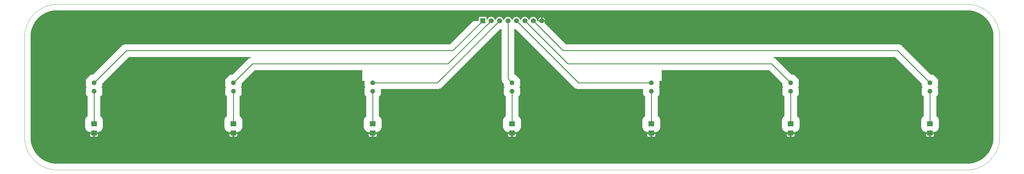
<source format=gbl>
G04 EAGLE Gerber RS-274X export*
G75*
%MOMM*%
%FSLAX34Y34*%
%LPD*%
%INBottom layer*%
%IPPOS*%
%AMOC8*
5,1,8,0,0,1.08239X$1,22.5*%
G01*
%ADD10C,0.000000*%
%ADD11C,1.530000*%
%ADD12R,1.530000X1.530000*%
%ADD13P,1.429621X8X292.500000*%
%ADD14R,1.803000X1.600000*%
%ADD15C,0.254000*%

G36*
X89274Y481265D02*
X89274Y481265D01*
X89243Y481268D01*
X89083Y481250D01*
X78828Y479442D01*
X78799Y479433D01*
X78769Y479430D01*
X78615Y479384D01*
X65355Y474558D01*
X65328Y474544D01*
X65299Y474536D01*
X65154Y474465D01*
X52934Y467410D01*
X52910Y467391D01*
X52883Y467378D01*
X52753Y467283D01*
X41944Y458213D01*
X41923Y458190D01*
X41899Y458173D01*
X41787Y458056D01*
X32717Y447247D01*
X32701Y447221D01*
X32680Y447200D01*
X32590Y447066D01*
X25535Y434846D01*
X25523Y434818D01*
X25506Y434793D01*
X25442Y434645D01*
X20616Y421385D01*
X20609Y421356D01*
X20596Y421328D01*
X20558Y421172D01*
X18750Y410917D01*
X18749Y410886D01*
X18741Y410857D01*
X18731Y410696D01*
X18731Y89304D01*
X18735Y89274D01*
X18732Y89243D01*
X18750Y89083D01*
X20558Y78828D01*
X20567Y78799D01*
X20570Y78769D01*
X20616Y78615D01*
X25442Y65355D01*
X25456Y65328D01*
X25464Y65299D01*
X25535Y65154D01*
X32590Y52934D01*
X32609Y52910D01*
X32622Y52883D01*
X32717Y52753D01*
X41787Y41944D01*
X41810Y41923D01*
X41827Y41899D01*
X41944Y41787D01*
X52753Y32717D01*
X52779Y32701D01*
X52800Y32680D01*
X52934Y32590D01*
X65154Y25535D01*
X65182Y25523D01*
X65207Y25506D01*
X65355Y25442D01*
X78614Y20616D01*
X78644Y20609D01*
X78672Y20596D01*
X78828Y20558D01*
X89083Y18750D01*
X89114Y18749D01*
X89143Y18741D01*
X89304Y18731D01*
X2850696Y18731D01*
X2850726Y18735D01*
X2850757Y18732D01*
X2850917Y18750D01*
X2861172Y20558D01*
X2861201Y20567D01*
X2861231Y20570D01*
X2861385Y20616D01*
X2874645Y25442D01*
X2874672Y25456D01*
X2874701Y25464D01*
X2874846Y25535D01*
X2887066Y32590D01*
X2887090Y32609D01*
X2887117Y32622D01*
X2887247Y32717D01*
X2898056Y41787D01*
X2898077Y41810D01*
X2898101Y41827D01*
X2898213Y41944D01*
X2907283Y52753D01*
X2907299Y52779D01*
X2907320Y52800D01*
X2907410Y52934D01*
X2914465Y65154D01*
X2914477Y65182D01*
X2914494Y65207D01*
X2914558Y65355D01*
X2919384Y78614D01*
X2919391Y78644D01*
X2919404Y78672D01*
X2919442Y78828D01*
X2921250Y89083D01*
X2921251Y89114D01*
X2921259Y89143D01*
X2921269Y89304D01*
X2921269Y410696D01*
X2921265Y410726D01*
X2921268Y410757D01*
X2921250Y410917D01*
X2919442Y421172D01*
X2919433Y421201D01*
X2919430Y421231D01*
X2919384Y421385D01*
X2914558Y434645D01*
X2914544Y434672D01*
X2914536Y434701D01*
X2914465Y434846D01*
X2907410Y447066D01*
X2907391Y447090D01*
X2907378Y447117D01*
X2907283Y447247D01*
X2898213Y458056D01*
X2898190Y458077D01*
X2898173Y458101D01*
X2898056Y458213D01*
X2887247Y467283D01*
X2887221Y467299D01*
X2887200Y467320D01*
X2887066Y467410D01*
X2874846Y474465D01*
X2874818Y474477D01*
X2874793Y474494D01*
X2874645Y474558D01*
X2861385Y479384D01*
X2861356Y479391D01*
X2861328Y479404D01*
X2861172Y479442D01*
X2850917Y481250D01*
X2850886Y481251D01*
X2850857Y481259D01*
X2850696Y481269D01*
X89304Y481269D01*
X89274Y481265D01*
G37*
%LPC*%
G36*
X209999Y110779D02*
X209999Y110779D01*
X209999Y112050D01*
X209984Y112168D01*
X209977Y112287D01*
X209964Y112325D01*
X209959Y112365D01*
X209915Y112476D01*
X209879Y112589D01*
X209857Y112624D01*
X209842Y112661D01*
X209772Y112757D01*
X209709Y112858D01*
X209679Y112886D01*
X209655Y112918D01*
X209564Y112994D01*
X209477Y113076D01*
X209442Y113095D01*
X209410Y113121D01*
X209303Y113172D01*
X209199Y113229D01*
X209159Y113240D01*
X209123Y113257D01*
X209006Y113279D01*
X208891Y113309D01*
X208830Y113313D01*
X208810Y113317D01*
X208790Y113315D01*
X208730Y113319D01*
X197726Y113319D01*
X197661Y113351D01*
X190913Y116146D01*
X185911Y121148D01*
X183204Y127683D01*
X183204Y150757D01*
X185911Y157292D01*
X190578Y161958D01*
X190638Y162037D01*
X190706Y162109D01*
X190735Y162162D01*
X190772Y162210D01*
X190812Y162300D01*
X190860Y162387D01*
X190875Y162446D01*
X190899Y162501D01*
X190914Y162599D01*
X190939Y162695D01*
X190945Y162795D01*
X190949Y162815D01*
X190947Y162828D01*
X190949Y162856D01*
X190949Y221340D01*
X190937Y221438D01*
X190934Y221537D01*
X190917Y221595D01*
X190909Y221655D01*
X190873Y221747D01*
X190845Y221842D01*
X190815Y221895D01*
X190792Y221951D01*
X190734Y222031D01*
X190684Y222116D01*
X190618Y222192D01*
X190606Y222208D01*
X190596Y222216D01*
X190578Y222237D01*
X185615Y227200D01*
X185615Y247400D01*
X187317Y249103D01*
X187390Y249197D01*
X187469Y249286D01*
X187487Y249322D01*
X187512Y249354D01*
X187560Y249463D01*
X187614Y249569D01*
X187622Y249608D01*
X187639Y249646D01*
X187657Y249763D01*
X187683Y249879D01*
X187682Y249920D01*
X187688Y249960D01*
X187677Y250078D01*
X187674Y250197D01*
X187662Y250236D01*
X187659Y250276D01*
X187618Y250388D01*
X187585Y250503D01*
X187565Y250538D01*
X187551Y250576D01*
X187484Y250674D01*
X187424Y250777D01*
X187384Y250822D01*
X187372Y250839D01*
X187357Y250852D01*
X187317Y250898D01*
X185615Y252600D01*
X185615Y272800D01*
X199900Y287085D01*
X206917Y287085D01*
X207015Y287097D01*
X207114Y287100D01*
X207173Y287117D01*
X207233Y287125D01*
X207325Y287161D01*
X207420Y287189D01*
X207472Y287219D01*
X207528Y287242D01*
X207608Y287300D01*
X207694Y287350D01*
X207769Y287416D01*
X207786Y287428D01*
X207794Y287438D01*
X207815Y287456D01*
X290971Y370613D01*
X296509Y376150D01*
X303511Y379051D01*
X1283083Y379051D01*
X1283181Y379063D01*
X1283280Y379066D01*
X1283339Y379083D01*
X1283399Y379091D01*
X1283491Y379127D01*
X1283586Y379155D01*
X1283638Y379185D01*
X1283694Y379208D01*
X1283774Y379266D01*
X1283860Y379316D01*
X1283935Y379382D01*
X1283952Y379394D01*
X1283960Y379404D01*
X1283981Y379422D01*
X1353289Y448731D01*
X1368516Y448731D01*
X1368634Y448746D01*
X1368753Y448753D01*
X1368791Y448766D01*
X1368832Y448771D01*
X1368942Y448814D01*
X1369055Y448851D01*
X1369090Y448873D01*
X1369127Y448888D01*
X1369223Y448958D01*
X1369324Y449021D01*
X1369352Y449051D01*
X1369385Y449074D01*
X1369461Y449166D01*
X1369542Y449253D01*
X1369562Y449288D01*
X1369587Y449319D01*
X1369638Y449427D01*
X1369696Y449531D01*
X1369706Y449571D01*
X1369723Y449607D01*
X1369745Y449724D01*
X1369775Y449839D01*
X1369779Y449900D01*
X1369783Y449920D01*
X1369781Y449940D01*
X1369785Y450000D01*
X1369785Y459334D01*
X1372166Y461715D01*
X1390834Y461715D01*
X1393215Y459334D01*
X1393215Y453954D01*
X1393223Y453885D01*
X1393222Y453815D01*
X1393243Y453727D01*
X1393255Y453638D01*
X1393280Y453573D01*
X1393297Y453506D01*
X1393339Y453426D01*
X1393372Y453343D01*
X1393413Y453286D01*
X1393445Y453224D01*
X1393506Y453158D01*
X1393558Y453085D01*
X1393612Y453041D01*
X1393659Y452989D01*
X1393734Y452940D01*
X1393803Y452882D01*
X1393867Y452853D01*
X1393925Y452814D01*
X1394010Y452785D01*
X1394091Y452747D01*
X1394160Y452734D01*
X1394226Y452711D01*
X1394315Y452704D01*
X1394403Y452687D01*
X1394473Y452691D01*
X1394543Y452686D01*
X1394631Y452701D01*
X1394721Y452707D01*
X1394787Y452728D01*
X1394856Y452740D01*
X1394938Y452777D01*
X1395023Y452805D01*
X1395082Y452842D01*
X1395146Y452871D01*
X1395216Y452927D01*
X1395292Y452975D01*
X1395340Y453026D01*
X1395394Y453069D01*
X1395449Y453141D01*
X1395510Y453207D01*
X1395544Y453268D01*
X1395586Y453324D01*
X1395657Y453468D01*
X1396969Y456636D01*
X1400264Y459931D01*
X1404570Y461715D01*
X1409230Y461715D01*
X1413536Y459931D01*
X1416831Y456636D01*
X1418427Y452783D01*
X1418496Y452662D01*
X1418561Y452539D01*
X1418575Y452524D01*
X1418585Y452506D01*
X1418682Y452406D01*
X1418775Y452304D01*
X1418792Y452292D01*
X1418806Y452278D01*
X1418925Y452205D01*
X1419041Y452129D01*
X1419060Y452122D01*
X1419077Y452112D01*
X1419210Y452071D01*
X1419342Y452026D01*
X1419362Y452024D01*
X1419381Y452018D01*
X1419520Y452011D01*
X1419659Y452000D01*
X1419679Y452004D01*
X1419699Y452003D01*
X1419835Y452031D01*
X1419972Y452055D01*
X1419991Y452063D01*
X1420010Y452067D01*
X1420136Y452128D01*
X1420262Y452185D01*
X1420278Y452198D01*
X1420296Y452207D01*
X1420402Y452297D01*
X1420510Y452384D01*
X1420523Y452400D01*
X1420538Y452413D01*
X1420618Y452527D01*
X1420702Y452638D01*
X1420714Y452663D01*
X1420721Y452673D01*
X1420728Y452692D01*
X1420773Y452783D01*
X1422369Y456636D01*
X1425664Y459931D01*
X1429970Y461715D01*
X1434630Y461715D01*
X1438936Y459931D01*
X1442231Y456636D01*
X1443827Y452783D01*
X1443896Y452662D01*
X1443961Y452539D01*
X1443975Y452524D01*
X1443985Y452506D01*
X1444082Y452406D01*
X1444175Y452304D01*
X1444192Y452292D01*
X1444206Y452278D01*
X1444324Y452205D01*
X1444441Y452129D01*
X1444460Y452122D01*
X1444477Y452112D01*
X1444610Y452071D01*
X1444742Y452026D01*
X1444762Y452024D01*
X1444781Y452018D01*
X1444920Y452011D01*
X1445059Y452000D01*
X1445079Y452004D01*
X1445099Y452003D01*
X1445235Y452031D01*
X1445372Y452055D01*
X1445390Y452063D01*
X1445410Y452067D01*
X1445536Y452128D01*
X1445662Y452185D01*
X1445678Y452198D01*
X1445696Y452207D01*
X1445802Y452298D01*
X1445910Y452384D01*
X1445923Y452400D01*
X1445938Y452413D01*
X1446018Y452527D01*
X1446102Y452638D01*
X1446114Y452663D01*
X1446121Y452673D01*
X1446128Y452692D01*
X1446173Y452783D01*
X1447769Y456636D01*
X1451064Y459931D01*
X1455370Y461715D01*
X1460030Y461715D01*
X1464336Y459931D01*
X1467631Y456636D01*
X1469227Y452783D01*
X1469296Y452662D01*
X1469361Y452539D01*
X1469375Y452524D01*
X1469385Y452506D01*
X1469482Y452406D01*
X1469575Y452304D01*
X1469592Y452292D01*
X1469606Y452278D01*
X1469724Y452205D01*
X1469841Y452129D01*
X1469860Y452122D01*
X1469877Y452112D01*
X1470010Y452071D01*
X1470142Y452026D01*
X1470162Y452024D01*
X1470181Y452018D01*
X1470320Y452011D01*
X1470459Y452000D01*
X1470479Y452004D01*
X1470499Y452003D01*
X1470635Y452031D01*
X1470772Y452055D01*
X1470790Y452063D01*
X1470810Y452067D01*
X1470936Y452128D01*
X1471062Y452185D01*
X1471078Y452198D01*
X1471096Y452207D01*
X1471202Y452298D01*
X1471310Y452384D01*
X1471323Y452400D01*
X1471338Y452413D01*
X1471418Y452527D01*
X1471502Y452638D01*
X1471514Y452663D01*
X1471521Y452673D01*
X1471528Y452692D01*
X1471573Y452783D01*
X1473169Y456636D01*
X1476464Y459931D01*
X1480770Y461715D01*
X1485430Y461715D01*
X1489736Y459931D01*
X1493031Y456636D01*
X1494627Y452783D01*
X1494696Y452662D01*
X1494761Y452539D01*
X1494775Y452524D01*
X1494785Y452506D01*
X1494882Y452406D01*
X1494975Y452304D01*
X1494992Y452292D01*
X1495006Y452278D01*
X1495124Y452205D01*
X1495241Y452129D01*
X1495260Y452122D01*
X1495277Y452112D01*
X1495410Y452071D01*
X1495542Y452026D01*
X1495562Y452024D01*
X1495581Y452018D01*
X1495720Y452011D01*
X1495859Y452000D01*
X1495879Y452004D01*
X1495899Y452003D01*
X1496035Y452031D01*
X1496172Y452055D01*
X1496190Y452063D01*
X1496210Y452067D01*
X1496336Y452128D01*
X1496462Y452185D01*
X1496478Y452198D01*
X1496496Y452207D01*
X1496602Y452298D01*
X1496710Y452384D01*
X1496723Y452400D01*
X1496738Y452413D01*
X1496818Y452527D01*
X1496902Y452638D01*
X1496914Y452663D01*
X1496921Y452673D01*
X1496928Y452692D01*
X1496973Y452783D01*
X1498569Y456636D01*
X1501864Y459931D01*
X1506170Y461715D01*
X1510830Y461715D01*
X1515136Y459931D01*
X1518431Y456636D01*
X1520027Y452783D01*
X1520096Y452662D01*
X1520161Y452539D01*
X1520175Y452524D01*
X1520185Y452506D01*
X1520282Y452406D01*
X1520375Y452304D01*
X1520392Y452292D01*
X1520406Y452278D01*
X1520524Y452205D01*
X1520641Y452129D01*
X1520660Y452122D01*
X1520677Y452112D01*
X1520810Y452071D01*
X1520942Y452026D01*
X1520962Y452024D01*
X1520981Y452018D01*
X1521120Y452011D01*
X1521259Y452000D01*
X1521279Y452004D01*
X1521299Y452003D01*
X1521435Y452031D01*
X1521572Y452055D01*
X1521590Y452063D01*
X1521610Y452067D01*
X1521736Y452128D01*
X1521862Y452185D01*
X1521878Y452198D01*
X1521896Y452207D01*
X1522002Y452298D01*
X1522110Y452384D01*
X1522123Y452400D01*
X1522138Y452413D01*
X1522218Y452527D01*
X1522302Y452638D01*
X1522314Y452663D01*
X1522321Y452673D01*
X1522328Y452692D01*
X1522373Y452783D01*
X1523969Y456636D01*
X1527264Y459931D01*
X1531570Y461715D01*
X1536230Y461715D01*
X1540536Y459931D01*
X1543831Y456636D01*
X1545615Y452330D01*
X1545615Y450000D01*
X1545630Y449882D01*
X1545637Y449763D01*
X1545650Y449725D01*
X1545655Y449684D01*
X1545698Y449574D01*
X1545735Y449461D01*
X1545757Y449426D01*
X1545772Y449389D01*
X1545841Y449293D01*
X1545905Y449192D01*
X1545935Y449164D01*
X1545958Y449131D01*
X1546050Y449056D01*
X1546137Y448974D01*
X1546172Y448954D01*
X1546203Y448929D01*
X1546311Y448878D01*
X1546415Y448820D01*
X1546455Y448810D01*
X1546491Y448793D01*
X1546608Y448771D01*
X1546723Y448741D01*
X1546783Y448737D01*
X1546803Y448733D01*
X1546824Y448735D01*
X1546884Y448731D01*
X1558030Y448731D01*
X1558148Y448746D01*
X1558267Y448753D01*
X1558305Y448766D01*
X1558345Y448771D01*
X1558456Y448814D01*
X1558569Y448851D01*
X1558603Y448873D01*
X1558641Y448888D01*
X1558737Y448958D01*
X1558838Y449021D01*
X1558866Y449051D01*
X1558898Y449074D01*
X1558974Y449166D01*
X1559056Y449253D01*
X1559075Y449288D01*
X1559101Y449319D01*
X1559152Y449427D01*
X1559209Y449531D01*
X1559220Y449571D01*
X1559237Y449607D01*
X1559259Y449724D01*
X1559289Y449839D01*
X1559293Y449900D01*
X1559297Y449920D01*
X1559295Y449940D01*
X1559299Y450000D01*
X1559299Y450001D01*
X1559301Y450001D01*
X1559301Y450000D01*
X1559316Y449882D01*
X1559323Y449763D01*
X1559336Y449725D01*
X1559341Y449684D01*
X1559385Y449574D01*
X1559421Y449461D01*
X1559443Y449426D01*
X1559458Y449389D01*
X1559528Y449293D01*
X1559591Y449192D01*
X1559621Y449164D01*
X1559645Y449131D01*
X1559736Y449056D01*
X1559823Y448974D01*
X1559858Y448954D01*
X1559890Y448929D01*
X1559997Y448878D01*
X1560102Y448820D01*
X1560141Y448810D01*
X1560177Y448793D01*
X1560294Y448771D01*
X1560409Y448741D01*
X1560470Y448737D01*
X1560490Y448733D01*
X1560510Y448735D01*
X1560570Y448731D01*
X1562111Y448731D01*
X1563009Y447833D01*
X1563088Y447772D01*
X1563160Y447704D01*
X1563213Y447675D01*
X1563261Y447638D01*
X1563352Y447598D01*
X1563438Y447550D01*
X1563497Y447535D01*
X1563552Y447511D01*
X1563650Y447496D01*
X1563746Y447471D01*
X1563846Y447465D01*
X1563867Y447461D01*
X1563879Y447463D01*
X1563907Y447461D01*
X1569190Y447461D01*
X1568744Y446088D01*
X1568016Y444659D01*
X1567882Y444474D01*
X1567872Y444457D01*
X1567859Y444442D01*
X1567796Y444318D01*
X1567729Y444196D01*
X1567724Y444177D01*
X1567715Y444159D01*
X1567684Y444023D01*
X1567649Y443888D01*
X1567649Y443868D01*
X1567645Y443849D01*
X1567649Y443709D01*
X1567649Y443570D01*
X1567654Y443551D01*
X1567655Y443531D01*
X1567694Y443397D01*
X1567728Y443262D01*
X1567738Y443244D01*
X1567743Y443225D01*
X1567814Y443105D01*
X1567881Y442983D01*
X1567895Y442969D01*
X1567905Y442952D01*
X1568011Y442831D01*
X1631419Y379422D01*
X1631498Y379362D01*
X1631570Y379294D01*
X1631623Y379265D01*
X1631671Y379228D01*
X1631762Y379188D01*
X1631848Y379140D01*
X1631907Y379125D01*
X1631962Y379101D01*
X1632060Y379086D01*
X1632156Y379061D01*
X1632256Y379055D01*
X1632277Y379051D01*
X1632289Y379053D01*
X1632317Y379051D01*
X2636489Y379051D01*
X2643491Y376150D01*
X2732185Y287456D01*
X2732264Y287396D01*
X2732336Y287328D01*
X2732389Y287299D01*
X2732437Y287262D01*
X2732528Y287222D01*
X2732614Y287174D01*
X2732673Y287159D01*
X2732728Y287135D01*
X2732826Y287120D01*
X2732922Y287095D01*
X2733022Y287089D01*
X2733043Y287085D01*
X2733055Y287087D01*
X2733083Y287085D01*
X2740100Y287085D01*
X2754385Y272800D01*
X2754385Y252600D01*
X2752683Y250898D01*
X2752610Y250803D01*
X2752531Y250714D01*
X2752513Y250678D01*
X2752488Y250646D01*
X2752440Y250537D01*
X2752386Y250431D01*
X2752378Y250392D01*
X2752361Y250354D01*
X2752343Y250237D01*
X2752317Y250121D01*
X2752318Y250080D01*
X2752312Y250040D01*
X2752323Y249922D01*
X2752326Y249803D01*
X2752338Y249764D01*
X2752341Y249724D01*
X2752382Y249611D01*
X2752415Y249497D01*
X2752435Y249463D01*
X2752449Y249424D01*
X2752516Y249326D01*
X2752576Y249223D01*
X2752616Y249178D01*
X2752628Y249161D01*
X2752643Y249148D01*
X2752683Y249103D01*
X2754385Y247400D01*
X2754385Y227200D01*
X2749422Y222237D01*
X2749362Y222159D01*
X2749294Y222087D01*
X2749265Y222034D01*
X2749228Y221986D01*
X2749188Y221895D01*
X2749140Y221808D01*
X2749125Y221750D01*
X2749101Y221694D01*
X2749086Y221596D01*
X2749061Y221500D01*
X2749055Y221400D01*
X2749051Y221380D01*
X2749053Y221368D01*
X2749051Y221340D01*
X2749051Y162856D01*
X2749063Y162758D01*
X2749066Y162659D01*
X2749083Y162600D01*
X2749091Y162540D01*
X2749127Y162448D01*
X2749155Y162353D01*
X2749185Y162301D01*
X2749208Y162245D01*
X2749266Y162164D01*
X2749316Y162079D01*
X2749382Y162004D01*
X2749394Y161987D01*
X2749404Y161979D01*
X2749422Y161958D01*
X2754089Y157292D01*
X2756796Y150757D01*
X2756796Y127683D01*
X2754089Y121148D01*
X2749087Y116146D01*
X2742339Y113351D01*
X2742314Y113337D01*
X2742286Y113328D01*
X2742272Y113319D01*
X2731270Y113319D01*
X2731152Y113304D01*
X2731033Y113297D01*
X2730995Y113284D01*
X2730955Y113279D01*
X2730844Y113235D01*
X2730731Y113199D01*
X2730696Y113177D01*
X2730659Y113162D01*
X2730563Y113092D01*
X2730462Y113029D01*
X2730434Y112999D01*
X2730402Y112975D01*
X2730326Y112884D01*
X2730244Y112797D01*
X2730225Y112762D01*
X2730199Y112730D01*
X2730148Y112623D01*
X2730091Y112519D01*
X2730080Y112479D01*
X2730063Y112443D01*
X2730041Y112326D01*
X2730011Y112211D01*
X2730007Y112150D01*
X2730003Y112130D01*
X2730005Y112110D01*
X2730001Y112050D01*
X2730001Y110779D01*
X2729999Y110779D01*
X2729999Y112050D01*
X2729984Y112168D01*
X2729977Y112287D01*
X2729964Y112325D01*
X2729959Y112365D01*
X2729915Y112476D01*
X2729879Y112589D01*
X2729857Y112624D01*
X2729842Y112661D01*
X2729772Y112757D01*
X2729709Y112858D01*
X2729679Y112886D01*
X2729655Y112918D01*
X2729564Y112994D01*
X2729477Y113076D01*
X2729442Y113095D01*
X2729410Y113121D01*
X2729303Y113172D01*
X2729199Y113229D01*
X2729159Y113240D01*
X2729123Y113257D01*
X2729006Y113279D01*
X2728891Y113309D01*
X2728830Y113313D01*
X2728810Y113317D01*
X2728790Y113315D01*
X2728730Y113319D01*
X2717726Y113319D01*
X2717661Y113351D01*
X2710913Y116146D01*
X2705911Y121148D01*
X2703204Y127683D01*
X2703204Y150757D01*
X2705911Y157292D01*
X2710578Y161958D01*
X2710638Y162037D01*
X2710706Y162109D01*
X2710735Y162162D01*
X2710772Y162210D01*
X2710812Y162300D01*
X2710860Y162387D01*
X2710875Y162446D01*
X2710899Y162501D01*
X2710914Y162599D01*
X2710939Y162695D01*
X2710945Y162795D01*
X2710949Y162815D01*
X2710947Y162828D01*
X2710949Y162856D01*
X2710949Y221340D01*
X2710937Y221438D01*
X2710934Y221537D01*
X2710917Y221595D01*
X2710909Y221655D01*
X2710873Y221747D01*
X2710845Y221843D01*
X2710815Y221895D01*
X2710792Y221951D01*
X2710734Y222031D01*
X2710684Y222116D01*
X2710618Y222192D01*
X2710606Y222208D01*
X2710596Y222216D01*
X2710578Y222237D01*
X2705615Y227200D01*
X2705615Y247400D01*
X2707317Y249103D01*
X2707390Y249197D01*
X2707469Y249286D01*
X2707487Y249322D01*
X2707512Y249354D01*
X2707560Y249463D01*
X2707614Y249569D01*
X2707622Y249608D01*
X2707639Y249646D01*
X2707657Y249763D01*
X2707683Y249879D01*
X2707682Y249920D01*
X2707688Y249960D01*
X2707677Y250078D01*
X2707674Y250197D01*
X2707662Y250236D01*
X2707659Y250276D01*
X2707618Y250388D01*
X2707585Y250503D01*
X2707565Y250538D01*
X2707551Y250576D01*
X2707484Y250674D01*
X2707424Y250777D01*
X2707384Y250822D01*
X2707372Y250839D01*
X2707357Y250852D01*
X2707317Y250898D01*
X2705615Y252600D01*
X2705615Y259617D01*
X2705603Y259715D01*
X2705600Y259814D01*
X2705583Y259873D01*
X2705575Y259933D01*
X2705539Y260025D01*
X2705511Y260120D01*
X2705481Y260172D01*
X2705458Y260228D01*
X2705400Y260308D01*
X2705350Y260394D01*
X2705284Y260469D01*
X2705272Y260486D01*
X2705262Y260494D01*
X2705244Y260515D01*
X2625181Y340578D01*
X2625102Y340638D01*
X2625030Y340706D01*
X2624977Y340735D01*
X2624929Y340772D01*
X2624838Y340812D01*
X2624752Y340860D01*
X2624693Y340875D01*
X2624638Y340899D01*
X2624540Y340914D01*
X2624444Y340939D01*
X2624344Y340945D01*
X2624323Y340949D01*
X2624311Y340947D01*
X2624283Y340949D01*
X2258287Y340949D01*
X2258218Y340941D01*
X2258148Y340942D01*
X2258060Y340921D01*
X2257971Y340909D01*
X2257907Y340884D01*
X2257839Y340867D01*
X2257759Y340825D01*
X2257676Y340792D01*
X2257619Y340751D01*
X2257558Y340719D01*
X2257491Y340658D01*
X2257418Y340606D01*
X2257374Y340552D01*
X2257322Y340505D01*
X2257273Y340430D01*
X2257216Y340361D01*
X2257186Y340297D01*
X2257147Y340239D01*
X2257118Y340154D01*
X2257080Y340073D01*
X2257067Y340004D01*
X2257044Y339938D01*
X2257037Y339849D01*
X2257020Y339761D01*
X2257025Y339691D01*
X2257019Y339621D01*
X2257034Y339533D01*
X2257040Y339443D01*
X2257061Y339377D01*
X2257073Y339308D01*
X2257110Y339226D01*
X2257138Y339141D01*
X2257175Y339082D01*
X2257204Y339018D01*
X2257260Y338948D01*
X2257308Y338872D01*
X2257359Y338824D01*
X2257403Y338770D01*
X2257474Y338715D01*
X2257540Y338654D01*
X2257601Y338620D01*
X2257657Y338578D01*
X2257801Y338507D01*
X2263491Y336150D01*
X2312185Y287456D01*
X2312264Y287396D01*
X2312336Y287328D01*
X2312389Y287299D01*
X2312437Y287262D01*
X2312528Y287222D01*
X2312614Y287174D01*
X2312673Y287159D01*
X2312728Y287135D01*
X2312826Y287120D01*
X2312922Y287095D01*
X2313022Y287089D01*
X2313043Y287085D01*
X2313055Y287087D01*
X2313083Y287085D01*
X2320100Y287085D01*
X2334385Y272800D01*
X2334385Y252600D01*
X2332683Y250898D01*
X2332610Y250803D01*
X2332531Y250714D01*
X2332513Y250678D01*
X2332488Y250646D01*
X2332440Y250537D01*
X2332386Y250431D01*
X2332378Y250392D01*
X2332361Y250354D01*
X2332343Y250237D01*
X2332317Y250121D01*
X2332318Y250080D01*
X2332312Y250040D01*
X2332323Y249922D01*
X2332326Y249803D01*
X2332338Y249764D01*
X2332341Y249724D01*
X2332382Y249611D01*
X2332415Y249497D01*
X2332435Y249463D01*
X2332449Y249424D01*
X2332516Y249326D01*
X2332576Y249223D01*
X2332616Y249178D01*
X2332628Y249161D01*
X2332643Y249148D01*
X2332683Y249103D01*
X2334385Y247400D01*
X2334385Y227200D01*
X2329422Y222237D01*
X2329362Y222159D01*
X2329294Y222087D01*
X2329265Y222034D01*
X2329228Y221986D01*
X2329188Y221895D01*
X2329140Y221808D01*
X2329125Y221750D01*
X2329101Y221694D01*
X2329086Y221596D01*
X2329061Y221500D01*
X2329055Y221400D01*
X2329051Y221380D01*
X2329053Y221368D01*
X2329051Y221340D01*
X2329051Y162856D01*
X2329063Y162758D01*
X2329066Y162659D01*
X2329083Y162600D01*
X2329091Y162540D01*
X2329127Y162448D01*
X2329155Y162353D01*
X2329185Y162301D01*
X2329208Y162245D01*
X2329266Y162165D01*
X2329316Y162079D01*
X2329382Y162004D01*
X2329394Y161987D01*
X2329404Y161979D01*
X2329422Y161958D01*
X2334089Y157292D01*
X2336796Y150757D01*
X2336796Y127683D01*
X2334089Y121148D01*
X2329087Y116146D01*
X2322339Y113351D01*
X2322314Y113337D01*
X2322286Y113327D01*
X2322272Y113319D01*
X2311270Y113319D01*
X2311152Y113304D01*
X2311033Y113297D01*
X2310995Y113284D01*
X2310955Y113279D01*
X2310844Y113235D01*
X2310731Y113199D01*
X2310696Y113177D01*
X2310659Y113162D01*
X2310563Y113092D01*
X2310462Y113029D01*
X2310434Y112999D01*
X2310402Y112975D01*
X2310326Y112884D01*
X2310244Y112797D01*
X2310225Y112762D01*
X2310199Y112730D01*
X2310148Y112623D01*
X2310091Y112519D01*
X2310080Y112479D01*
X2310063Y112443D01*
X2310041Y112326D01*
X2310011Y112211D01*
X2310007Y112150D01*
X2310003Y112130D01*
X2310005Y112110D01*
X2310001Y112050D01*
X2310001Y110779D01*
X2309999Y110779D01*
X2309999Y112050D01*
X2309984Y112168D01*
X2309977Y112287D01*
X2309964Y112325D01*
X2309959Y112365D01*
X2309915Y112476D01*
X2309879Y112589D01*
X2309857Y112624D01*
X2309842Y112661D01*
X2309772Y112757D01*
X2309709Y112858D01*
X2309679Y112886D01*
X2309655Y112918D01*
X2309564Y112994D01*
X2309477Y113076D01*
X2309442Y113095D01*
X2309410Y113121D01*
X2309303Y113172D01*
X2309199Y113229D01*
X2309159Y113240D01*
X2309123Y113257D01*
X2309006Y113279D01*
X2308891Y113309D01*
X2308830Y113313D01*
X2308810Y113317D01*
X2308790Y113315D01*
X2308730Y113319D01*
X2297726Y113319D01*
X2297661Y113351D01*
X2290913Y116146D01*
X2285911Y121148D01*
X2283204Y127683D01*
X2283204Y150757D01*
X2285911Y157292D01*
X2290578Y161958D01*
X2290638Y162037D01*
X2290706Y162109D01*
X2290735Y162162D01*
X2290772Y162210D01*
X2290812Y162301D01*
X2290860Y162387D01*
X2290875Y162446D01*
X2290899Y162501D01*
X2290914Y162599D01*
X2290939Y162695D01*
X2290945Y162795D01*
X2290949Y162815D01*
X2290947Y162828D01*
X2290949Y162856D01*
X2290949Y221340D01*
X2290937Y221438D01*
X2290934Y221537D01*
X2290917Y221595D01*
X2290909Y221655D01*
X2290873Y221747D01*
X2290845Y221843D01*
X2290815Y221895D01*
X2290792Y221951D01*
X2290734Y222031D01*
X2290684Y222116D01*
X2290618Y222192D01*
X2290606Y222208D01*
X2290596Y222216D01*
X2290578Y222237D01*
X2285615Y227200D01*
X2285615Y247400D01*
X2287317Y249103D01*
X2287390Y249197D01*
X2287469Y249286D01*
X2287487Y249322D01*
X2287512Y249354D01*
X2287560Y249463D01*
X2287614Y249569D01*
X2287622Y249608D01*
X2287639Y249646D01*
X2287657Y249763D01*
X2287683Y249879D01*
X2287682Y249920D01*
X2287688Y249960D01*
X2287677Y250078D01*
X2287674Y250197D01*
X2287662Y250236D01*
X2287659Y250276D01*
X2287618Y250388D01*
X2287585Y250503D01*
X2287565Y250538D01*
X2287551Y250576D01*
X2287484Y250674D01*
X2287424Y250777D01*
X2287384Y250822D01*
X2287372Y250839D01*
X2287357Y250852D01*
X2287317Y250898D01*
X2285615Y252600D01*
X2285615Y259617D01*
X2285603Y259715D01*
X2285600Y259814D01*
X2285583Y259873D01*
X2285575Y259933D01*
X2285539Y260025D01*
X2285511Y260120D01*
X2285481Y260172D01*
X2285458Y260228D01*
X2285400Y260308D01*
X2285350Y260394D01*
X2285284Y260469D01*
X2285272Y260486D01*
X2285262Y260494D01*
X2285244Y260515D01*
X2245181Y300578D01*
X2245102Y300638D01*
X2245030Y300706D01*
X2244977Y300735D01*
X2244929Y300772D01*
X2244838Y300812D01*
X2244752Y300860D01*
X2244693Y300875D01*
X2244638Y300899D01*
X2244540Y300914D01*
X2244444Y300939D01*
X2244344Y300945D01*
X2244323Y300949D01*
X2244311Y300947D01*
X2244283Y300949D01*
X1922540Y300949D01*
X1922422Y300934D01*
X1922303Y300927D01*
X1922265Y300914D01*
X1922224Y300909D01*
X1922114Y300866D01*
X1922001Y300829D01*
X1921966Y300807D01*
X1921929Y300792D01*
X1921833Y300723D01*
X1921732Y300659D01*
X1921704Y300629D01*
X1921671Y300606D01*
X1921595Y300514D01*
X1921514Y300427D01*
X1921494Y300392D01*
X1921469Y300361D01*
X1921418Y300253D01*
X1921360Y300149D01*
X1921350Y300109D01*
X1921333Y300073D01*
X1921311Y299956D01*
X1921281Y299841D01*
X1921277Y299781D01*
X1921273Y299761D01*
X1921275Y299740D01*
X1921271Y299680D01*
X1921271Y269474D01*
X1920526Y268729D01*
X1915654Y268729D01*
X1915536Y268714D01*
X1915417Y268707D01*
X1915379Y268694D01*
X1915338Y268689D01*
X1915228Y268646D01*
X1915115Y268609D01*
X1915080Y268587D01*
X1915043Y268572D01*
X1914947Y268503D01*
X1914846Y268439D01*
X1914818Y268409D01*
X1914785Y268386D01*
X1914709Y268294D01*
X1914628Y268207D01*
X1914608Y268172D01*
X1914583Y268141D01*
X1914532Y268033D01*
X1914474Y267929D01*
X1914464Y267889D01*
X1914447Y267853D01*
X1914425Y267736D01*
X1914395Y267621D01*
X1914391Y267561D01*
X1914387Y267541D01*
X1914389Y267520D01*
X1914385Y267460D01*
X1914385Y252600D01*
X1912683Y250897D01*
X1912610Y250803D01*
X1912531Y250714D01*
X1912513Y250678D01*
X1912488Y250646D01*
X1912440Y250537D01*
X1912386Y250431D01*
X1912378Y250392D01*
X1912361Y250354D01*
X1912343Y250237D01*
X1912317Y250121D01*
X1912318Y250080D01*
X1912312Y250040D01*
X1912323Y249922D01*
X1912326Y249803D01*
X1912338Y249764D01*
X1912341Y249724D01*
X1912382Y249612D01*
X1912415Y249497D01*
X1912435Y249462D01*
X1912449Y249424D01*
X1912516Y249326D01*
X1912576Y249223D01*
X1912616Y249178D01*
X1912628Y249161D01*
X1912643Y249148D01*
X1912683Y249102D01*
X1914385Y247400D01*
X1914385Y227200D01*
X1909422Y222237D01*
X1909362Y222159D01*
X1909294Y222087D01*
X1909265Y222034D01*
X1909228Y221986D01*
X1909188Y221895D01*
X1909140Y221808D01*
X1909125Y221750D01*
X1909101Y221694D01*
X1909086Y221596D01*
X1909061Y221500D01*
X1909055Y221400D01*
X1909051Y221380D01*
X1909053Y221368D01*
X1909051Y221340D01*
X1909051Y162856D01*
X1909063Y162758D01*
X1909066Y162659D01*
X1909083Y162600D01*
X1909091Y162540D01*
X1909127Y162448D01*
X1909155Y162353D01*
X1909185Y162301D01*
X1909208Y162245D01*
X1909266Y162165D01*
X1909316Y162079D01*
X1909382Y162004D01*
X1909394Y161987D01*
X1909404Y161979D01*
X1909422Y161958D01*
X1914089Y157292D01*
X1916796Y150757D01*
X1916796Y127683D01*
X1914089Y121148D01*
X1909087Y116146D01*
X1902339Y113351D01*
X1902314Y113337D01*
X1902286Y113327D01*
X1902272Y113319D01*
X1891270Y113319D01*
X1891152Y113304D01*
X1891033Y113297D01*
X1890995Y113284D01*
X1890955Y113279D01*
X1890844Y113235D01*
X1890731Y113199D01*
X1890696Y113177D01*
X1890659Y113162D01*
X1890563Y113092D01*
X1890462Y113029D01*
X1890434Y112999D01*
X1890402Y112975D01*
X1890326Y112884D01*
X1890244Y112797D01*
X1890225Y112762D01*
X1890199Y112730D01*
X1890148Y112623D01*
X1890091Y112519D01*
X1890080Y112479D01*
X1890063Y112443D01*
X1890041Y112326D01*
X1890011Y112211D01*
X1890007Y112150D01*
X1890003Y112130D01*
X1890005Y112110D01*
X1890001Y112050D01*
X1890001Y110779D01*
X1889999Y110779D01*
X1889999Y112050D01*
X1889984Y112168D01*
X1889977Y112287D01*
X1889964Y112325D01*
X1889959Y112365D01*
X1889915Y112476D01*
X1889879Y112589D01*
X1889857Y112624D01*
X1889842Y112661D01*
X1889772Y112757D01*
X1889709Y112858D01*
X1889679Y112886D01*
X1889655Y112918D01*
X1889564Y112994D01*
X1889477Y113076D01*
X1889442Y113095D01*
X1889410Y113121D01*
X1889303Y113172D01*
X1889199Y113229D01*
X1889159Y113240D01*
X1889123Y113257D01*
X1889006Y113279D01*
X1888891Y113309D01*
X1888830Y113313D01*
X1888810Y113317D01*
X1888790Y113315D01*
X1888730Y113319D01*
X1877726Y113319D01*
X1877661Y113351D01*
X1870913Y116146D01*
X1865911Y121148D01*
X1863204Y127683D01*
X1863204Y150757D01*
X1865911Y157292D01*
X1870578Y161958D01*
X1870638Y162037D01*
X1870706Y162109D01*
X1870735Y162162D01*
X1870772Y162210D01*
X1870812Y162301D01*
X1870860Y162387D01*
X1870875Y162446D01*
X1870899Y162501D01*
X1870914Y162599D01*
X1870939Y162695D01*
X1870945Y162795D01*
X1870949Y162815D01*
X1870947Y162828D01*
X1870949Y162856D01*
X1870949Y221340D01*
X1870937Y221438D01*
X1870934Y221537D01*
X1870917Y221595D01*
X1870909Y221655D01*
X1870873Y221747D01*
X1870845Y221843D01*
X1870815Y221895D01*
X1870792Y221951D01*
X1870734Y222031D01*
X1870684Y222116D01*
X1870618Y222192D01*
X1870606Y222208D01*
X1870596Y222216D01*
X1870578Y222237D01*
X1865615Y227200D01*
X1865615Y242380D01*
X1865600Y242498D01*
X1865593Y242617D01*
X1865580Y242655D01*
X1865575Y242696D01*
X1865532Y242806D01*
X1865495Y242919D01*
X1865473Y242954D01*
X1865458Y242991D01*
X1865389Y243087D01*
X1865325Y243188D01*
X1865295Y243216D01*
X1865272Y243249D01*
X1865180Y243325D01*
X1865093Y243406D01*
X1865058Y243426D01*
X1865027Y243451D01*
X1864919Y243502D01*
X1864815Y243560D01*
X1864775Y243570D01*
X1864739Y243587D01*
X1864622Y243609D01*
X1864507Y243639D01*
X1864447Y243643D01*
X1864427Y243647D01*
X1864406Y243645D01*
X1864346Y243649D01*
X1666611Y243649D01*
X1659609Y246550D01*
X1481961Y424198D01*
X1481882Y424258D01*
X1481810Y424326D01*
X1481757Y424355D01*
X1481709Y424392D01*
X1481618Y424432D01*
X1481532Y424480D01*
X1481473Y424495D01*
X1481418Y424519D01*
X1481320Y424534D01*
X1481224Y424559D01*
X1481124Y424565D01*
X1481103Y424569D01*
X1481091Y424567D01*
X1481063Y424569D01*
X1479752Y424569D01*
X1478348Y424945D01*
X1478224Y424962D01*
X1478100Y424986D01*
X1478067Y424984D01*
X1478033Y424989D01*
X1477908Y424974D01*
X1477783Y424966D01*
X1477751Y424956D01*
X1477717Y424952D01*
X1477600Y424907D01*
X1477481Y424868D01*
X1477452Y424850D01*
X1477421Y424838D01*
X1477318Y424765D01*
X1477212Y424698D01*
X1477189Y424673D01*
X1477161Y424654D01*
X1477080Y424558D01*
X1476994Y424466D01*
X1476978Y424437D01*
X1476956Y424411D01*
X1476901Y424298D01*
X1476840Y424188D01*
X1476832Y424155D01*
X1476817Y424125D01*
X1476792Y424002D01*
X1476761Y423880D01*
X1476758Y423831D01*
X1476754Y423813D01*
X1476755Y423792D01*
X1476751Y423719D01*
X1476751Y288354D01*
X1476766Y288236D01*
X1476773Y288117D01*
X1476786Y288079D01*
X1476791Y288038D01*
X1476834Y287928D01*
X1476871Y287815D01*
X1476893Y287780D01*
X1476908Y287743D01*
X1476977Y287647D01*
X1477041Y287546D01*
X1477071Y287518D01*
X1477094Y287485D01*
X1477186Y287409D01*
X1477273Y287328D01*
X1477308Y287308D01*
X1477339Y287283D01*
X1477447Y287232D01*
X1477551Y287174D01*
X1477591Y287164D01*
X1477627Y287147D01*
X1477744Y287125D01*
X1477859Y287095D01*
X1477919Y287091D01*
X1477939Y287087D01*
X1477960Y287089D01*
X1478020Y287085D01*
X1480100Y287085D01*
X1494385Y272800D01*
X1494385Y252600D01*
X1492683Y250898D01*
X1492610Y250803D01*
X1492531Y250714D01*
X1492513Y250678D01*
X1492488Y250646D01*
X1492440Y250537D01*
X1492386Y250431D01*
X1492378Y250392D01*
X1492361Y250354D01*
X1492343Y250237D01*
X1492317Y250121D01*
X1492318Y250080D01*
X1492312Y250040D01*
X1492323Y249922D01*
X1492326Y249803D01*
X1492338Y249764D01*
X1492341Y249724D01*
X1492382Y249611D01*
X1492415Y249497D01*
X1492435Y249463D01*
X1492449Y249424D01*
X1492516Y249326D01*
X1492576Y249223D01*
X1492616Y249178D01*
X1492628Y249161D01*
X1492643Y249148D01*
X1492683Y249103D01*
X1494385Y247400D01*
X1494385Y227200D01*
X1489422Y222237D01*
X1489362Y222159D01*
X1489294Y222087D01*
X1489265Y222034D01*
X1489228Y221986D01*
X1489188Y221895D01*
X1489140Y221808D01*
X1489125Y221750D01*
X1489101Y221694D01*
X1489086Y221596D01*
X1489061Y221500D01*
X1489055Y221400D01*
X1489051Y221380D01*
X1489053Y221368D01*
X1489051Y221340D01*
X1489051Y162856D01*
X1489063Y162758D01*
X1489066Y162659D01*
X1489083Y162600D01*
X1489091Y162540D01*
X1489127Y162448D01*
X1489155Y162353D01*
X1489185Y162301D01*
X1489208Y162245D01*
X1489266Y162165D01*
X1489316Y162079D01*
X1489382Y162004D01*
X1489394Y161987D01*
X1489404Y161979D01*
X1489422Y161958D01*
X1494089Y157292D01*
X1496796Y150757D01*
X1496796Y127683D01*
X1494089Y121148D01*
X1489087Y116146D01*
X1482339Y113351D01*
X1482314Y113337D01*
X1482286Y113328D01*
X1482272Y113319D01*
X1471270Y113319D01*
X1471152Y113304D01*
X1471033Y113297D01*
X1470995Y113284D01*
X1470955Y113279D01*
X1470844Y113235D01*
X1470731Y113199D01*
X1470696Y113177D01*
X1470659Y113162D01*
X1470563Y113092D01*
X1470462Y113029D01*
X1470434Y112999D01*
X1470402Y112975D01*
X1470326Y112884D01*
X1470244Y112797D01*
X1470225Y112762D01*
X1470199Y112730D01*
X1470148Y112623D01*
X1470091Y112519D01*
X1470080Y112479D01*
X1470063Y112443D01*
X1470041Y112326D01*
X1470011Y112211D01*
X1470007Y112150D01*
X1470003Y112130D01*
X1470005Y112110D01*
X1470001Y112050D01*
X1470001Y110779D01*
X1469999Y110779D01*
X1469999Y112050D01*
X1469984Y112168D01*
X1469977Y112287D01*
X1469964Y112325D01*
X1469959Y112365D01*
X1469915Y112476D01*
X1469879Y112589D01*
X1469857Y112624D01*
X1469842Y112661D01*
X1469772Y112757D01*
X1469709Y112858D01*
X1469679Y112886D01*
X1469655Y112918D01*
X1469564Y112994D01*
X1469477Y113076D01*
X1469442Y113095D01*
X1469410Y113121D01*
X1469303Y113172D01*
X1469199Y113229D01*
X1469159Y113240D01*
X1469123Y113257D01*
X1469006Y113279D01*
X1468891Y113309D01*
X1468830Y113313D01*
X1468810Y113317D01*
X1468790Y113315D01*
X1468730Y113319D01*
X1457726Y113319D01*
X1457661Y113351D01*
X1450913Y116146D01*
X1445911Y121148D01*
X1443204Y127683D01*
X1443204Y150757D01*
X1445911Y157292D01*
X1450578Y161958D01*
X1450638Y162037D01*
X1450706Y162109D01*
X1450735Y162162D01*
X1450772Y162210D01*
X1450812Y162301D01*
X1450860Y162387D01*
X1450875Y162446D01*
X1450899Y162501D01*
X1450914Y162599D01*
X1450939Y162695D01*
X1450945Y162795D01*
X1450949Y162815D01*
X1450947Y162828D01*
X1450949Y162856D01*
X1450949Y221340D01*
X1450937Y221438D01*
X1450934Y221537D01*
X1450917Y221595D01*
X1450909Y221655D01*
X1450873Y221747D01*
X1450845Y221842D01*
X1450815Y221895D01*
X1450792Y221951D01*
X1450734Y222031D01*
X1450684Y222116D01*
X1450618Y222192D01*
X1450606Y222208D01*
X1450596Y222216D01*
X1450578Y222237D01*
X1445615Y227200D01*
X1445615Y247400D01*
X1447317Y249103D01*
X1447390Y249197D01*
X1447469Y249286D01*
X1447487Y249322D01*
X1447512Y249354D01*
X1447560Y249463D01*
X1447614Y249569D01*
X1447622Y249608D01*
X1447639Y249646D01*
X1447657Y249763D01*
X1447683Y249879D01*
X1447682Y249920D01*
X1447688Y249960D01*
X1447677Y250078D01*
X1447674Y250197D01*
X1447662Y250236D01*
X1447659Y250276D01*
X1447618Y250388D01*
X1447585Y250503D01*
X1447565Y250538D01*
X1447551Y250576D01*
X1447484Y250674D01*
X1447424Y250777D01*
X1447384Y250822D01*
X1447372Y250839D01*
X1447357Y250852D01*
X1447317Y250898D01*
X1445615Y252600D01*
X1445615Y259617D01*
X1445603Y259715D01*
X1445600Y259814D01*
X1445583Y259873D01*
X1445575Y259933D01*
X1445539Y260025D01*
X1445511Y260120D01*
X1445481Y260172D01*
X1445458Y260228D01*
X1445400Y260308D01*
X1445350Y260394D01*
X1445284Y260469D01*
X1445272Y260486D01*
X1445262Y260494D01*
X1445244Y260515D01*
X1441550Y264209D01*
X1438649Y271211D01*
X1438649Y423719D01*
X1438634Y423844D01*
X1438624Y423969D01*
X1438614Y424001D01*
X1438609Y424035D01*
X1438563Y424152D01*
X1438523Y424271D01*
X1438505Y424299D01*
X1438492Y424331D01*
X1438418Y424432D01*
X1438350Y424538D01*
X1438325Y424561D01*
X1438306Y424588D01*
X1438209Y424668D01*
X1438116Y424753D01*
X1438087Y424769D01*
X1438061Y424791D01*
X1437947Y424844D01*
X1437836Y424904D01*
X1437803Y424912D01*
X1437773Y424926D01*
X1437649Y424950D01*
X1437527Y424980D01*
X1437494Y424980D01*
X1437461Y424986D01*
X1437335Y424978D01*
X1437209Y424977D01*
X1437161Y424967D01*
X1437143Y424966D01*
X1437123Y424960D01*
X1437052Y424945D01*
X1435648Y424569D01*
X1434337Y424569D01*
X1434239Y424557D01*
X1434140Y424554D01*
X1434081Y424537D01*
X1434021Y424529D01*
X1433929Y424493D01*
X1433834Y424465D01*
X1433782Y424435D01*
X1433726Y424412D01*
X1433646Y424354D01*
X1433560Y424304D01*
X1433485Y424238D01*
X1433468Y424226D01*
X1433460Y424216D01*
X1433439Y424198D01*
X1255791Y246550D01*
X1248789Y243649D01*
X1075654Y243649D01*
X1075536Y243634D01*
X1075417Y243627D01*
X1075379Y243614D01*
X1075338Y243609D01*
X1075228Y243566D01*
X1075115Y243529D01*
X1075080Y243507D01*
X1075043Y243492D01*
X1074947Y243423D01*
X1074846Y243359D01*
X1074818Y243329D01*
X1074785Y243306D01*
X1074709Y243214D01*
X1074628Y243127D01*
X1074608Y243092D01*
X1074583Y243061D01*
X1074532Y242953D01*
X1074474Y242849D01*
X1074464Y242809D01*
X1074447Y242773D01*
X1074425Y242656D01*
X1074395Y242541D01*
X1074391Y242481D01*
X1074387Y242461D01*
X1074389Y242440D01*
X1074385Y242380D01*
X1074385Y227200D01*
X1069422Y222237D01*
X1069362Y222159D01*
X1069294Y222087D01*
X1069265Y222034D01*
X1069228Y221986D01*
X1069188Y221895D01*
X1069140Y221808D01*
X1069125Y221750D01*
X1069101Y221694D01*
X1069086Y221596D01*
X1069061Y221500D01*
X1069055Y221400D01*
X1069051Y221380D01*
X1069053Y221368D01*
X1069051Y221340D01*
X1069051Y162856D01*
X1069063Y162758D01*
X1069066Y162659D01*
X1069083Y162600D01*
X1069091Y162540D01*
X1069127Y162448D01*
X1069155Y162353D01*
X1069185Y162301D01*
X1069208Y162245D01*
X1069266Y162165D01*
X1069316Y162079D01*
X1069382Y162004D01*
X1069394Y161987D01*
X1069404Y161979D01*
X1069422Y161958D01*
X1074089Y157292D01*
X1076796Y150757D01*
X1076796Y127683D01*
X1074089Y121148D01*
X1069087Y116146D01*
X1062339Y113351D01*
X1062314Y113337D01*
X1062286Y113328D01*
X1062272Y113319D01*
X1051270Y113319D01*
X1051152Y113304D01*
X1051033Y113297D01*
X1050995Y113284D01*
X1050955Y113279D01*
X1050844Y113235D01*
X1050731Y113199D01*
X1050696Y113177D01*
X1050659Y113162D01*
X1050563Y113092D01*
X1050462Y113029D01*
X1050434Y112999D01*
X1050402Y112975D01*
X1050326Y112884D01*
X1050244Y112797D01*
X1050225Y112762D01*
X1050199Y112730D01*
X1050148Y112623D01*
X1050091Y112519D01*
X1050080Y112479D01*
X1050063Y112443D01*
X1050041Y112326D01*
X1050011Y112211D01*
X1050007Y112150D01*
X1050003Y112130D01*
X1050005Y112110D01*
X1050001Y112050D01*
X1050001Y110779D01*
X1049999Y110779D01*
X1049999Y112050D01*
X1049984Y112168D01*
X1049977Y112287D01*
X1049964Y112325D01*
X1049959Y112365D01*
X1049915Y112476D01*
X1049879Y112589D01*
X1049857Y112624D01*
X1049842Y112661D01*
X1049772Y112757D01*
X1049709Y112858D01*
X1049679Y112886D01*
X1049655Y112918D01*
X1049564Y112994D01*
X1049477Y113076D01*
X1049442Y113095D01*
X1049410Y113121D01*
X1049303Y113172D01*
X1049199Y113229D01*
X1049159Y113240D01*
X1049123Y113257D01*
X1049006Y113279D01*
X1048891Y113309D01*
X1048830Y113313D01*
X1048810Y113317D01*
X1048790Y113315D01*
X1048730Y113319D01*
X1037726Y113319D01*
X1037661Y113351D01*
X1030913Y116146D01*
X1025911Y121148D01*
X1023204Y127683D01*
X1023204Y150757D01*
X1025911Y157292D01*
X1030578Y161958D01*
X1030638Y162037D01*
X1030706Y162109D01*
X1030735Y162162D01*
X1030772Y162210D01*
X1030812Y162301D01*
X1030860Y162387D01*
X1030875Y162446D01*
X1030899Y162501D01*
X1030914Y162599D01*
X1030939Y162695D01*
X1030945Y162795D01*
X1030949Y162815D01*
X1030947Y162828D01*
X1030949Y162856D01*
X1030949Y221340D01*
X1030937Y221438D01*
X1030934Y221537D01*
X1030917Y221595D01*
X1030909Y221655D01*
X1030873Y221747D01*
X1030845Y221842D01*
X1030815Y221895D01*
X1030792Y221951D01*
X1030734Y222031D01*
X1030684Y222116D01*
X1030618Y222192D01*
X1030606Y222208D01*
X1030596Y222216D01*
X1030578Y222237D01*
X1025615Y227200D01*
X1025615Y247400D01*
X1027317Y249103D01*
X1027390Y249197D01*
X1027469Y249286D01*
X1027487Y249322D01*
X1027512Y249354D01*
X1027560Y249463D01*
X1027614Y249569D01*
X1027622Y249608D01*
X1027639Y249646D01*
X1027657Y249763D01*
X1027683Y249879D01*
X1027682Y249920D01*
X1027688Y249960D01*
X1027677Y250078D01*
X1027674Y250197D01*
X1027662Y250236D01*
X1027659Y250276D01*
X1027618Y250388D01*
X1027585Y250503D01*
X1027565Y250538D01*
X1027551Y250576D01*
X1027484Y250674D01*
X1027424Y250777D01*
X1027384Y250822D01*
X1027372Y250839D01*
X1027357Y250852D01*
X1027317Y250898D01*
X1025615Y252600D01*
X1025615Y267460D01*
X1025600Y267578D01*
X1025593Y267697D01*
X1025580Y267735D01*
X1025575Y267776D01*
X1025532Y267886D01*
X1025495Y267999D01*
X1025473Y268034D01*
X1025458Y268071D01*
X1025389Y268167D01*
X1025325Y268268D01*
X1025295Y268296D01*
X1025272Y268329D01*
X1025180Y268405D01*
X1025093Y268486D01*
X1025058Y268506D01*
X1025027Y268531D01*
X1024919Y268582D01*
X1024815Y268640D01*
X1024775Y268650D01*
X1024739Y268667D01*
X1024622Y268689D01*
X1024507Y268719D01*
X1024447Y268723D01*
X1024427Y268727D01*
X1024406Y268725D01*
X1024346Y268729D01*
X1019474Y268729D01*
X1018729Y269474D01*
X1018729Y299680D01*
X1018714Y299798D01*
X1018707Y299917D01*
X1018694Y299955D01*
X1018689Y299996D01*
X1018646Y300106D01*
X1018609Y300219D01*
X1018587Y300254D01*
X1018572Y300291D01*
X1018503Y300387D01*
X1018439Y300488D01*
X1018409Y300516D01*
X1018386Y300549D01*
X1018294Y300625D01*
X1018207Y300706D01*
X1018172Y300726D01*
X1018141Y300751D01*
X1018033Y300802D01*
X1017929Y300860D01*
X1017889Y300870D01*
X1017853Y300887D01*
X1017736Y300909D01*
X1017621Y300939D01*
X1017561Y300943D01*
X1017541Y300947D01*
X1017520Y300945D01*
X1017460Y300949D01*
X695717Y300949D01*
X695619Y300937D01*
X695520Y300934D01*
X695461Y300917D01*
X695401Y300909D01*
X695309Y300873D01*
X695214Y300845D01*
X695162Y300815D01*
X695106Y300792D01*
X695026Y300734D01*
X694940Y300684D01*
X694865Y300618D01*
X694848Y300606D01*
X694840Y300596D01*
X694819Y300578D01*
X654756Y260515D01*
X654696Y260436D01*
X654628Y260364D01*
X654599Y260311D01*
X654562Y260263D01*
X654522Y260172D01*
X654474Y260086D01*
X654459Y260027D01*
X654435Y259972D01*
X654420Y259874D01*
X654395Y259778D01*
X654389Y259678D01*
X654385Y259657D01*
X654387Y259645D01*
X654385Y259617D01*
X654385Y252600D01*
X652683Y250898D01*
X652610Y250803D01*
X652531Y250714D01*
X652513Y250678D01*
X652488Y250646D01*
X652440Y250537D01*
X652386Y250431D01*
X652378Y250392D01*
X652361Y250354D01*
X652343Y250237D01*
X652317Y250121D01*
X652318Y250080D01*
X652312Y250040D01*
X652323Y249922D01*
X652326Y249803D01*
X652338Y249764D01*
X652341Y249724D01*
X652382Y249611D01*
X652415Y249497D01*
X652435Y249463D01*
X652449Y249424D01*
X652516Y249326D01*
X652576Y249223D01*
X652616Y249178D01*
X652628Y249161D01*
X652643Y249148D01*
X652683Y249103D01*
X654385Y247400D01*
X654385Y227200D01*
X649422Y222237D01*
X649362Y222159D01*
X649294Y222087D01*
X649265Y222034D01*
X649228Y221986D01*
X649188Y221895D01*
X649140Y221808D01*
X649125Y221750D01*
X649101Y221694D01*
X649086Y221596D01*
X649061Y221500D01*
X649055Y221400D01*
X649051Y221380D01*
X649053Y221368D01*
X649051Y221340D01*
X649051Y162856D01*
X649063Y162758D01*
X649066Y162659D01*
X649083Y162600D01*
X649091Y162540D01*
X649127Y162448D01*
X649155Y162353D01*
X649185Y162301D01*
X649208Y162245D01*
X649266Y162164D01*
X649316Y162079D01*
X649382Y162004D01*
X649394Y161987D01*
X649404Y161979D01*
X649422Y161958D01*
X654089Y157292D01*
X656796Y150757D01*
X656796Y127683D01*
X654089Y121148D01*
X649087Y116146D01*
X642339Y113351D01*
X642314Y113337D01*
X642286Y113328D01*
X642272Y113319D01*
X631270Y113319D01*
X631152Y113304D01*
X631033Y113297D01*
X630995Y113284D01*
X630955Y113279D01*
X630844Y113235D01*
X630731Y113199D01*
X630696Y113177D01*
X630659Y113162D01*
X630563Y113092D01*
X630462Y113029D01*
X630434Y112999D01*
X630402Y112975D01*
X630326Y112884D01*
X630244Y112797D01*
X630225Y112762D01*
X630199Y112730D01*
X630148Y112623D01*
X630091Y112519D01*
X630080Y112479D01*
X630063Y112443D01*
X630041Y112326D01*
X630011Y112211D01*
X630007Y112150D01*
X630003Y112130D01*
X630005Y112110D01*
X630001Y112050D01*
X630001Y110779D01*
X629999Y110779D01*
X629999Y112050D01*
X629984Y112168D01*
X629977Y112287D01*
X629964Y112325D01*
X629959Y112365D01*
X629915Y112476D01*
X629879Y112589D01*
X629857Y112624D01*
X629842Y112661D01*
X629772Y112757D01*
X629709Y112858D01*
X629679Y112886D01*
X629655Y112918D01*
X629564Y112994D01*
X629477Y113076D01*
X629442Y113095D01*
X629410Y113121D01*
X629303Y113172D01*
X629199Y113229D01*
X629159Y113240D01*
X629123Y113257D01*
X629006Y113279D01*
X628891Y113309D01*
X628830Y113313D01*
X628810Y113317D01*
X628790Y113315D01*
X628730Y113319D01*
X617726Y113319D01*
X617661Y113351D01*
X610913Y116146D01*
X605911Y121148D01*
X603204Y127683D01*
X603204Y150757D01*
X605911Y157292D01*
X610578Y161958D01*
X610638Y162037D01*
X610706Y162109D01*
X610735Y162162D01*
X610772Y162210D01*
X610812Y162300D01*
X610860Y162387D01*
X610875Y162446D01*
X610899Y162501D01*
X610914Y162599D01*
X610939Y162695D01*
X610945Y162795D01*
X610949Y162815D01*
X610947Y162828D01*
X610949Y162856D01*
X610949Y221340D01*
X610937Y221438D01*
X610934Y221537D01*
X610917Y221595D01*
X610909Y221655D01*
X610873Y221747D01*
X610845Y221842D01*
X610815Y221895D01*
X610792Y221951D01*
X610734Y222031D01*
X610684Y222116D01*
X610618Y222192D01*
X610606Y222208D01*
X610596Y222216D01*
X610578Y222237D01*
X605615Y227200D01*
X605615Y247400D01*
X607317Y249103D01*
X607390Y249197D01*
X607469Y249286D01*
X607487Y249322D01*
X607512Y249354D01*
X607560Y249463D01*
X607614Y249569D01*
X607622Y249608D01*
X607639Y249646D01*
X607657Y249763D01*
X607683Y249879D01*
X607682Y249920D01*
X607688Y249960D01*
X607677Y250078D01*
X607674Y250197D01*
X607662Y250236D01*
X607659Y250276D01*
X607618Y250388D01*
X607585Y250503D01*
X607565Y250538D01*
X607551Y250576D01*
X607484Y250674D01*
X607424Y250777D01*
X607384Y250822D01*
X607372Y250839D01*
X607357Y250852D01*
X607317Y250898D01*
X605615Y252600D01*
X605615Y272800D01*
X619900Y287085D01*
X626917Y287085D01*
X627015Y287097D01*
X627114Y287100D01*
X627173Y287117D01*
X627233Y287125D01*
X627325Y287161D01*
X627420Y287189D01*
X627472Y287219D01*
X627528Y287242D01*
X627608Y287300D01*
X627694Y287350D01*
X627769Y287416D01*
X627786Y287428D01*
X627794Y287438D01*
X627815Y287456D01*
X670971Y330613D01*
X676509Y336150D01*
X682199Y338507D01*
X682259Y338542D01*
X682324Y338568D01*
X682397Y338620D01*
X682475Y338665D01*
X682525Y338713D01*
X682582Y338754D01*
X682639Y338824D01*
X682704Y338886D01*
X682740Y338946D01*
X682785Y338999D01*
X682823Y339081D01*
X682870Y339157D01*
X682890Y339224D01*
X682920Y339287D01*
X682937Y339375D01*
X682963Y339461D01*
X682967Y339531D01*
X682980Y339600D01*
X682974Y339689D01*
X682979Y339779D01*
X682964Y339847D01*
X682960Y339917D01*
X682932Y340002D01*
X682914Y340090D01*
X682884Y340153D01*
X682862Y340219D01*
X682814Y340295D01*
X682775Y340376D01*
X682729Y340429D01*
X682692Y340488D01*
X682627Y340550D01*
X682568Y340618D01*
X682511Y340658D01*
X682460Y340706D01*
X682382Y340749D01*
X682308Y340801D01*
X682243Y340826D01*
X682182Y340860D01*
X682095Y340882D01*
X682011Y340914D01*
X681941Y340922D01*
X681874Y340939D01*
X681713Y340949D01*
X315717Y340949D01*
X315619Y340937D01*
X315520Y340934D01*
X315461Y340917D01*
X315401Y340909D01*
X315309Y340873D01*
X315214Y340845D01*
X315162Y340815D01*
X315106Y340792D01*
X315026Y340734D01*
X314940Y340684D01*
X314865Y340618D01*
X314848Y340606D01*
X314840Y340596D01*
X314819Y340578D01*
X234756Y260515D01*
X234696Y260436D01*
X234628Y260364D01*
X234599Y260311D01*
X234562Y260263D01*
X234522Y260172D01*
X234474Y260086D01*
X234459Y260027D01*
X234435Y259972D01*
X234420Y259874D01*
X234395Y259778D01*
X234389Y259678D01*
X234385Y259657D01*
X234387Y259645D01*
X234385Y259617D01*
X234385Y252600D01*
X232683Y250898D01*
X232610Y250803D01*
X232531Y250714D01*
X232513Y250678D01*
X232488Y250646D01*
X232440Y250537D01*
X232386Y250431D01*
X232378Y250392D01*
X232361Y250354D01*
X232343Y250237D01*
X232317Y250121D01*
X232318Y250080D01*
X232312Y250040D01*
X232323Y249922D01*
X232326Y249803D01*
X232338Y249764D01*
X232341Y249724D01*
X232382Y249611D01*
X232415Y249497D01*
X232435Y249463D01*
X232449Y249424D01*
X232516Y249326D01*
X232576Y249223D01*
X232616Y249178D01*
X232628Y249161D01*
X232643Y249148D01*
X232683Y249103D01*
X234385Y247400D01*
X234385Y227200D01*
X229422Y222237D01*
X229362Y222159D01*
X229294Y222087D01*
X229265Y222034D01*
X229228Y221986D01*
X229188Y221895D01*
X229140Y221808D01*
X229125Y221750D01*
X229101Y221694D01*
X229086Y221596D01*
X229061Y221500D01*
X229055Y221400D01*
X229051Y221380D01*
X229053Y221368D01*
X229051Y221340D01*
X229051Y162856D01*
X229063Y162758D01*
X229066Y162659D01*
X229083Y162600D01*
X229091Y162540D01*
X229127Y162448D01*
X229155Y162353D01*
X229185Y162301D01*
X229208Y162245D01*
X229266Y162164D01*
X229316Y162079D01*
X229382Y162004D01*
X229394Y161987D01*
X229404Y161979D01*
X229422Y161958D01*
X234089Y157292D01*
X236796Y150757D01*
X236796Y127683D01*
X234089Y121148D01*
X229087Y116146D01*
X222339Y113351D01*
X222314Y113337D01*
X222286Y113328D01*
X222272Y113319D01*
X211270Y113319D01*
X211152Y113304D01*
X211033Y113297D01*
X210995Y113284D01*
X210955Y113279D01*
X210844Y113235D01*
X210731Y113199D01*
X210696Y113177D01*
X210659Y113162D01*
X210563Y113092D01*
X210462Y113029D01*
X210434Y112999D01*
X210402Y112975D01*
X210326Y112884D01*
X210244Y112797D01*
X210225Y112762D01*
X210199Y112730D01*
X210148Y112623D01*
X210091Y112519D01*
X210080Y112479D01*
X210063Y112443D01*
X210041Y112326D01*
X210011Y112211D01*
X210007Y112150D01*
X210003Y112130D01*
X210005Y112110D01*
X210001Y112050D01*
X210001Y110779D01*
X209999Y110779D01*
G37*
%LPD*%
%LPC*%
G36*
X2732539Y108241D02*
X2732539Y108241D01*
X2741556Y108241D01*
X2741556Y102446D01*
X2741383Y101799D01*
X2741048Y101220D01*
X2740575Y100747D01*
X2739996Y100412D01*
X2739349Y100239D01*
X2732539Y100239D01*
X2732539Y108241D01*
G37*
%LPD*%
%LPC*%
G36*
X2312539Y108241D02*
X2312539Y108241D01*
X2321556Y108241D01*
X2321556Y102446D01*
X2321383Y101799D01*
X2321048Y101220D01*
X2320575Y100747D01*
X2319996Y100412D01*
X2319349Y100239D01*
X2312539Y100239D01*
X2312539Y108241D01*
G37*
%LPD*%
%LPC*%
G36*
X1892539Y108241D02*
X1892539Y108241D01*
X1901556Y108241D01*
X1901556Y102446D01*
X1901383Y101799D01*
X1901048Y101220D01*
X1900575Y100747D01*
X1899996Y100412D01*
X1899349Y100239D01*
X1892539Y100239D01*
X1892539Y108241D01*
G37*
%LPD*%
%LPC*%
G36*
X1472539Y108241D02*
X1472539Y108241D01*
X1481556Y108241D01*
X1481556Y102446D01*
X1481383Y101799D01*
X1481048Y101220D01*
X1480575Y100747D01*
X1479996Y100412D01*
X1479349Y100239D01*
X1472539Y100239D01*
X1472539Y108241D01*
G37*
%LPD*%
%LPC*%
G36*
X1052539Y108241D02*
X1052539Y108241D01*
X1061556Y108241D01*
X1061556Y102446D01*
X1061383Y101799D01*
X1061048Y101220D01*
X1060575Y100747D01*
X1059996Y100412D01*
X1059349Y100239D01*
X1052539Y100239D01*
X1052539Y108241D01*
G37*
%LPD*%
%LPC*%
G36*
X632539Y108241D02*
X632539Y108241D01*
X641556Y108241D01*
X641556Y102446D01*
X641383Y101799D01*
X641048Y101220D01*
X640575Y100747D01*
X639996Y100412D01*
X639349Y100239D01*
X632539Y100239D01*
X632539Y108241D01*
G37*
%LPD*%
%LPC*%
G36*
X212539Y108241D02*
X212539Y108241D01*
X221556Y108241D01*
X221556Y102446D01*
X221383Y101799D01*
X221048Y101220D01*
X220575Y100747D01*
X219996Y100412D01*
X219349Y100239D01*
X212539Y100239D01*
X212539Y108241D01*
G37*
%LPD*%
%LPC*%
G36*
X200651Y100239D02*
X200651Y100239D01*
X200004Y100412D01*
X199425Y100747D01*
X198952Y101220D01*
X198617Y101799D01*
X198444Y102446D01*
X198444Y108241D01*
X207461Y108241D01*
X207461Y100239D01*
X200651Y100239D01*
G37*
%LPD*%
%LPC*%
G36*
X2720651Y100239D02*
X2720651Y100239D01*
X2720004Y100412D01*
X2719425Y100747D01*
X2718952Y101220D01*
X2718617Y101799D01*
X2718444Y102446D01*
X2718444Y108241D01*
X2727461Y108241D01*
X2727461Y100239D01*
X2720651Y100239D01*
G37*
%LPD*%
%LPC*%
G36*
X2300651Y100239D02*
X2300651Y100239D01*
X2300004Y100412D01*
X2299425Y100747D01*
X2298952Y101220D01*
X2298617Y101799D01*
X2298444Y102446D01*
X2298444Y108241D01*
X2307461Y108241D01*
X2307461Y100239D01*
X2300651Y100239D01*
G37*
%LPD*%
%LPC*%
G36*
X1880651Y100239D02*
X1880651Y100239D01*
X1880004Y100412D01*
X1879425Y100747D01*
X1878952Y101220D01*
X1878617Y101799D01*
X1878444Y102446D01*
X1878444Y108241D01*
X1887461Y108241D01*
X1887461Y100239D01*
X1880651Y100239D01*
G37*
%LPD*%
%LPC*%
G36*
X1460651Y100239D02*
X1460651Y100239D01*
X1460004Y100412D01*
X1459425Y100747D01*
X1458952Y101220D01*
X1458617Y101799D01*
X1458444Y102446D01*
X1458444Y108241D01*
X1467461Y108241D01*
X1467461Y100239D01*
X1460651Y100239D01*
G37*
%LPD*%
%LPC*%
G36*
X1040651Y100239D02*
X1040651Y100239D01*
X1040004Y100412D01*
X1039425Y100747D01*
X1038952Y101220D01*
X1038617Y101799D01*
X1038444Y102446D01*
X1038444Y108241D01*
X1047461Y108241D01*
X1047461Y100239D01*
X1040651Y100239D01*
G37*
%LPD*%
%LPC*%
G36*
X620651Y100239D02*
X620651Y100239D01*
X620004Y100412D01*
X619425Y100747D01*
X618952Y101220D01*
X618617Y101799D01*
X618444Y102446D01*
X618444Y108241D01*
X627461Y108241D01*
X627461Y100239D01*
X620651Y100239D01*
G37*
%LPD*%
%LPC*%
G36*
X1563212Y459444D02*
X1563212Y459444D01*
X1564641Y458716D01*
X1565939Y457773D01*
X1567073Y456639D01*
X1568016Y455341D01*
X1568744Y453912D01*
X1569190Y452539D01*
X1561839Y452539D01*
X1561839Y459890D01*
X1563212Y459444D01*
G37*
%LPD*%
%LPC*%
G36*
X1549410Y452539D02*
X1549410Y452539D01*
X1549856Y453912D01*
X1550584Y455341D01*
X1551527Y456639D01*
X1552661Y457773D01*
X1553959Y458716D01*
X1555388Y459444D01*
X1556761Y459890D01*
X1556761Y452539D01*
X1549410Y452539D01*
G37*
%LPD*%
D10*
X100000Y0D02*
X2840000Y0D01*
X2842416Y29D01*
X2844831Y117D01*
X2847243Y263D01*
X2849651Y467D01*
X2852054Y729D01*
X2854449Y1049D01*
X2856836Y1427D01*
X2859213Y1863D01*
X2861578Y2356D01*
X2863932Y2906D01*
X2866271Y3512D01*
X2868595Y4175D01*
X2870902Y4894D01*
X2873191Y5669D01*
X2875460Y6498D01*
X2877709Y7383D01*
X2879936Y8321D01*
X2882140Y9313D01*
X2884319Y10357D01*
X2886472Y11454D01*
X2888598Y12603D01*
X2890696Y13803D01*
X2892764Y15053D01*
X2894801Y16353D01*
X2896806Y17702D01*
X2898779Y19098D01*
X2900716Y20542D01*
X2902619Y22033D01*
X2904484Y23568D01*
X2906312Y25149D01*
X2908102Y26773D01*
X2909851Y28440D01*
X2911560Y30149D01*
X2913227Y31898D01*
X2914851Y33688D01*
X2916432Y35516D01*
X2917967Y37381D01*
X2919458Y39284D01*
X2920902Y41221D01*
X2922298Y43194D01*
X2923647Y45199D01*
X2924947Y47236D01*
X2926197Y49304D01*
X2927397Y51402D01*
X2928546Y53528D01*
X2929643Y55681D01*
X2930687Y57860D01*
X2931679Y60064D01*
X2932617Y62291D01*
X2933502Y64540D01*
X2934331Y66809D01*
X2935106Y69098D01*
X2935825Y71405D01*
X2936488Y73729D01*
X2937094Y76068D01*
X2937644Y78422D01*
X2938137Y80787D01*
X2938573Y83164D01*
X2938951Y85551D01*
X2939271Y87946D01*
X2939533Y90349D01*
X2939737Y92757D01*
X2939883Y95169D01*
X2939971Y97584D01*
X2940000Y100000D01*
X2940000Y400000D01*
X2939971Y402416D01*
X2939883Y404831D01*
X2939737Y407243D01*
X2939533Y409651D01*
X2939271Y412054D01*
X2938951Y414449D01*
X2938573Y416836D01*
X2938137Y419213D01*
X2937644Y421578D01*
X2937094Y423932D01*
X2936488Y426271D01*
X2935825Y428595D01*
X2935106Y430902D01*
X2934331Y433191D01*
X2933502Y435460D01*
X2932617Y437709D01*
X2931679Y439936D01*
X2930687Y442140D01*
X2929643Y444319D01*
X2928546Y446472D01*
X2927397Y448598D01*
X2926197Y450696D01*
X2924947Y452764D01*
X2923647Y454801D01*
X2922298Y456806D01*
X2920902Y458779D01*
X2919458Y460716D01*
X2917967Y462619D01*
X2916432Y464484D01*
X2914851Y466312D01*
X2913227Y468102D01*
X2911560Y469851D01*
X2909851Y471560D01*
X2908102Y473227D01*
X2906312Y474851D01*
X2904484Y476432D01*
X2902619Y477967D01*
X2900716Y479458D01*
X2898779Y480902D01*
X2896806Y482298D01*
X2894801Y483647D01*
X2892764Y484947D01*
X2890696Y486197D01*
X2888598Y487397D01*
X2886472Y488546D01*
X2884319Y489643D01*
X2882140Y490687D01*
X2879936Y491679D01*
X2877709Y492617D01*
X2875460Y493502D01*
X2873191Y494331D01*
X2870902Y495106D01*
X2868595Y495825D01*
X2866271Y496488D01*
X2863932Y497094D01*
X2861578Y497644D01*
X2859213Y498137D01*
X2856836Y498573D01*
X2854449Y498951D01*
X2852054Y499271D01*
X2849651Y499533D01*
X2847243Y499737D01*
X2844831Y499883D01*
X2842416Y499971D01*
X2840000Y500000D01*
X100000Y500000D01*
X97584Y499971D01*
X95169Y499883D01*
X92757Y499737D01*
X90349Y499533D01*
X87946Y499271D01*
X85551Y498951D01*
X83164Y498573D01*
X80787Y498137D01*
X78422Y497644D01*
X76068Y497094D01*
X73729Y496488D01*
X71405Y495825D01*
X69098Y495106D01*
X66809Y494331D01*
X64540Y493502D01*
X62291Y492617D01*
X60064Y491679D01*
X57860Y490687D01*
X55681Y489643D01*
X53528Y488546D01*
X51402Y487397D01*
X49304Y486197D01*
X47236Y484947D01*
X45199Y483647D01*
X43194Y482298D01*
X41221Y480902D01*
X39284Y479458D01*
X37381Y477967D01*
X35516Y476432D01*
X33688Y474851D01*
X31898Y473227D01*
X30149Y471560D01*
X28440Y469851D01*
X26773Y468102D01*
X25149Y466312D01*
X23568Y464484D01*
X22033Y462619D01*
X20542Y460716D01*
X19098Y458779D01*
X17702Y456806D01*
X16353Y454801D01*
X15053Y452764D01*
X13803Y450696D01*
X12603Y448598D01*
X11454Y446472D01*
X10357Y444319D01*
X9313Y442140D01*
X8321Y439936D01*
X7383Y437709D01*
X6498Y435460D01*
X5669Y433191D01*
X4894Y430902D01*
X4175Y428595D01*
X3512Y426271D01*
X2906Y423932D01*
X2356Y421578D01*
X1863Y419213D01*
X1427Y416836D01*
X1049Y414449D01*
X729Y412054D01*
X467Y409651D01*
X263Y407243D01*
X117Y404831D01*
X29Y402416D01*
X0Y400000D01*
X0Y100000D01*
X29Y97584D01*
X117Y95169D01*
X263Y92757D01*
X467Y90349D01*
X729Y87946D01*
X1049Y85551D01*
X1427Y83164D01*
X1863Y80787D01*
X2356Y78422D01*
X2906Y76068D01*
X3512Y73729D01*
X4175Y71405D01*
X4894Y69098D01*
X5669Y66809D01*
X6498Y64540D01*
X7383Y62291D01*
X8321Y60064D01*
X9313Y57860D01*
X10357Y55681D01*
X11454Y53528D01*
X12603Y51402D01*
X13803Y49304D01*
X15053Y47236D01*
X16353Y45199D01*
X17702Y43194D01*
X19098Y41221D01*
X20542Y39284D01*
X22033Y37381D01*
X23568Y35516D01*
X25149Y33688D01*
X26773Y31898D01*
X28440Y30149D01*
X30149Y28440D01*
X31898Y26773D01*
X33688Y25149D01*
X35516Y23568D01*
X37381Y22033D01*
X39284Y20542D01*
X41221Y19098D01*
X43194Y17702D01*
X45199Y16353D01*
X47236Y15053D01*
X49304Y13803D01*
X51402Y12603D01*
X53528Y11454D01*
X55681Y10357D01*
X57860Y9313D01*
X60064Y8321D01*
X62291Y7383D01*
X64540Y6498D01*
X66809Y5669D01*
X69098Y4894D01*
X71405Y4175D01*
X73729Y3512D01*
X76068Y2906D01*
X78422Y2356D01*
X80787Y1863D01*
X83164Y1427D01*
X85551Y1049D01*
X87946Y729D01*
X90349Y467D01*
X92757Y263D01*
X95169Y117D01*
X97584Y29D01*
X100000Y0D01*
D11*
X1432300Y450000D03*
X1457700Y450000D03*
X1483100Y450000D03*
X1508500Y450000D03*
X1406900Y450000D03*
D12*
X1381500Y450000D03*
D11*
X1533900Y450000D03*
X1559300Y450000D03*
D13*
X210000Y262700D03*
X210000Y237300D03*
X630000Y262700D03*
X630000Y237300D03*
X1050000Y262700D03*
X1050000Y237300D03*
X1470000Y262700D03*
X1470000Y237300D03*
X1890000Y262700D03*
X1890000Y237300D03*
X2310000Y262700D03*
X2310000Y237300D03*
X2730000Y262700D03*
X2730000Y237300D03*
D14*
X210000Y139220D03*
X210000Y110780D03*
X630000Y139220D03*
X630000Y110780D03*
X1050000Y139220D03*
X1050000Y110780D03*
X1470000Y139220D03*
X1470000Y110780D03*
X1890000Y139220D03*
X1890000Y110780D03*
X2310000Y139220D03*
X2310000Y110780D03*
X2730000Y139220D03*
X2730000Y110780D03*
D15*
X210000Y139220D02*
X210000Y237300D01*
X630000Y237300D02*
X630000Y139220D01*
X1050000Y139220D02*
X1050000Y237300D01*
X1470000Y237300D02*
X1470000Y139220D01*
X1890000Y139220D02*
X1890000Y237300D01*
X2310000Y237300D02*
X2310000Y139220D01*
X2730000Y139220D02*
X2730000Y237300D01*
X1623900Y360000D02*
X1533900Y450000D01*
X2632700Y360000D02*
X2730000Y262700D01*
X2632700Y360000D02*
X1623900Y360000D01*
X1638500Y320000D02*
X1508500Y450000D01*
X2252700Y320000D02*
X2310000Y262700D01*
X2252700Y320000D02*
X1638500Y320000D01*
X1670400Y262700D02*
X1890000Y262700D01*
X1670400Y262700D02*
X1483100Y450000D01*
X1457700Y450000D02*
X1457700Y275000D01*
X1470000Y262700D01*
X1245000Y262700D02*
X1050000Y262700D01*
X1245000Y262700D02*
X1432300Y450000D01*
X1406900Y450000D02*
X1276900Y320000D01*
X687300Y320000D02*
X630000Y262700D01*
X687300Y320000D02*
X1276900Y320000D01*
X1291500Y360000D02*
X1381500Y450000D01*
X307300Y360000D02*
X210000Y262700D01*
X307300Y360000D02*
X1291500Y360000D01*
M02*

</source>
